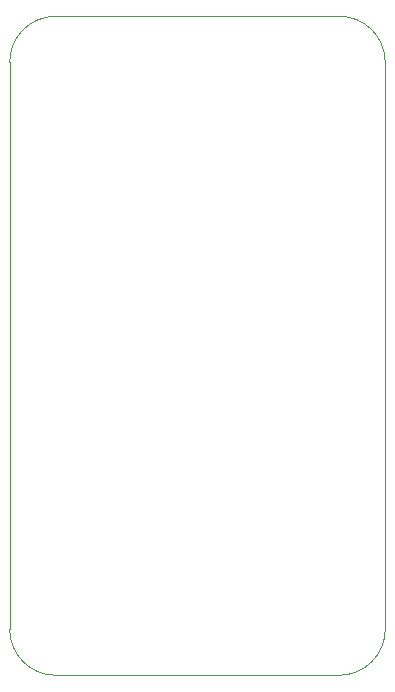
<source format=gko>
%TF.GenerationSoftware,KiCad,Pcbnew,4.0.5-e0-6337~49~ubuntu16.04.1*%
%TF.CreationDate,2017-01-18T20:50:04-08:00*%
%TF.ProjectId,4x7-Teensy-Breakout,3478372D5465656E73792D427265616B,1.0*%
%TF.FileFunction,Profile,NP*%
%FSLAX46Y46*%
G04 Gerber Fmt 4.6, Leading zero omitted, Abs format (unit mm)*
G04 Created by KiCad (PCBNEW 4.0.5-e0-6337~49~ubuntu16.04.1) date Wed Jan 18 20:50:04 2017*
%MOMM*%
%LPD*%
G01*
G04 APERTURE LIST*
%ADD10C,0.350000*%
%ADD11C,0.040640*%
G04 APERTURE END LIST*
D10*
D11*
X136906000Y-124493200D02*
X160906000Y-124493200D01*
X160906000Y-68693200D02*
X136906000Y-68693200D01*
X133006000Y-72593200D02*
X133006000Y-120593200D01*
X133006006Y-120600007D02*
G75*
G03X136906000Y-124493200I3899994J6807D01*
G01*
X136906000Y-68693200D02*
G75*
G03X133006000Y-72593200I0J-3900000D01*
G01*
X164806000Y-120593200D02*
X164806000Y-72593200D01*
X164805994Y-72586393D02*
G75*
G03X160906000Y-68693200I-3899994J-6807D01*
G01*
X160906000Y-124493200D02*
G75*
G03X164806000Y-120593200I0J3900000D01*
G01*
M02*

</source>
